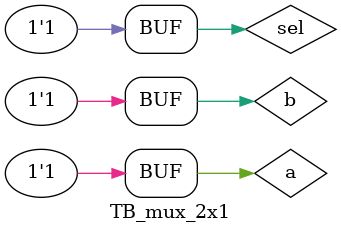
<source format=v>
module mux_2x1(a, b, sel, out);
	input a, b, sel;

	output out;

	wire w0, w1;

	and and0(w0, a, ~sel);
	and and1(w1, b, sel);

	or or0(out, w0, w1);
	
endmodule

module TB_mux_2x1();
	reg a, b, sel;
	wire out;

	mux_2x1 mux_2x1(a, b, sel, out);

	initial begin
		sel = 1'b0; a = 1'b0; b = 1'b0; #10; // out = 0
		sel = 1'b0; a = 1'b0; b = 1'b1; #10; // out = 0
		sel = 1'b0; a = 1'b1; b = 1'b0; #10; // out = 1
		sel = 1'b0; a = 1'b1; b = 1'b1; #10; // out = 1
		sel = 1'b1; a = 1'b0; b = 1'b0; #10; // out = 0
		sel = 1'b1; a = 1'b0; b = 1'b1; #10; // out = 1
		sel = 1'b1; a = 1'b1; b = 1'b0; #10; // out = 0
		sel = 1'b1; a = 1'b1; b = 1'b1; #10; // out = 1
	end
endmodule
</source>
